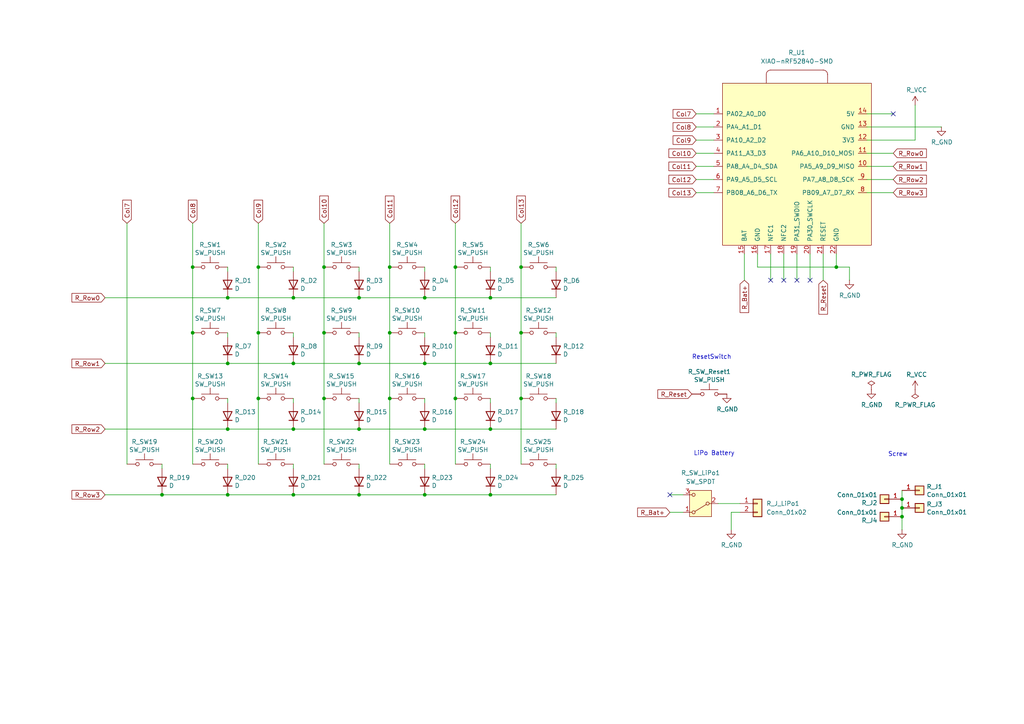
<source format=kicad_sch>
(kicad_sch (version 20231120) (generator "eeschema") (generator_version "8.0")
  (paper "A4")
  (title_block (title "poached_eggs_right") (date "2024-08-18") (rev "0") (company "omuken"))
  (lib_symbols
    (symbol "Connector_Generic:Conn_01x01" (pin_names (offset 1.016) hide)
      (property "Reference" "J" (at 0 2.54 0))
      (property "Value" "Conn_01x01" (at 0 -2.54 0))
      (symbol "Conn_01x01_1_1"
        (rectangle (start -1.27 0.127) (end 0 -0.127) (stroke (width 0.1524)))
        (rectangle (start -1.27 1.27) (end 1.27 -1.27) (stroke (width 0.254)) (fill (type background)))
        (pin passive line (at -5.08 0 0) (length 3.81) (name "Pin_1") (number "1"))
      )
    )
    (symbol "Connector_Generic:Conn_01x02" (pin_names (offset 1.016) hide)
      (property "Reference" "J" (at 0 2.54 0))
      (property "Value" "Conn_01x02" (at 0 -5.08 0))
      (symbol "Conn_01x02_1_1"
        (rectangle (start -1.27 -2.413) (end 0 -2.667) (stroke (width 0.1524)))
        (rectangle (start -1.27 0.127) (end 0 -0.127) (stroke (width 0.1524)))
        (rectangle (start -1.27 1.27) (end 1.27 -3.81) (stroke (width 0.254)) (fill (type background)))
        (pin passive line (at -5.08 0 0) (length 3.81) (name "Pin_1") (number "1"))
        (pin passive line (at -5.08 -2.54 0) (length 3.81) (name "Pin_2") (number "2"))
      )
    )
    (symbol "Device:D" (pin_numbers hide) (pin_names (offset 1.016) hide)
      (property "Reference" "D" (at 0 2.54 0))
      (property "Value" "D" (at 0 -2.54 0))
      (symbol "D_0_1"
        (polyline (pts (xy -1.27 1.27) (xy -1.27 -1.27)) (stroke (width 0.254)))
        (polyline (pts (xy 1.27 0) (xy -1.27 0)))
        (polyline (pts (xy 1.27 1.27) (xy 1.27 -1.27) (xy -1.27 0) (xy 1.27 1.27)) (stroke (width 0.254)))
      )
      (symbol "D_1_1"
        (pin passive line (at -3.81 0 0) (length 2.54) (name "K") (number "1"))
        (pin passive line (at 3.81 0 180) (length 2.54) (name "A") (number "2"))
      )
    )
    (symbol "MCU_SEEED_XIAO_Series:XIAO-nRF52840-SMD" (pin_names (offset 1.016))
      (property "Reference" "U" (at -22.098 21.336 0))
      (property "Value" "XIAO-nRF52840-SMD" (at -11.176 -35.052 0))
      (symbol "XIAO-nRF52840-SMD_1_1"
        (rectangle (start -21.59 20.32) (end 21.59 -26.67) (fill (type background)))
        (arc (start -7.62 24.13) (mid -8.518 23.758) (end -8.89 22.86))
        (polyline (pts (xy -8.89 22.86) (xy -8.89 20.32)))
        (polyline (pts (xy -7.62 24.13) (xy 7.62 24.13)))
        (polyline (pts (xy 8.89 22.86) (xy 8.89 20.32)))
        (arc (start 7.62 24.13) (mid 7.62 24.13) (end 7.62 24.13))
        (arc (start 8.89 22.86) (mid 8.518 23.758) (end 7.62 24.13))
        (arc (start 8.89 22.86) (mid 8.89 22.86) (end 8.89 22.86))
        (pin passive line (at -24.13 11.43 0) (length 2.54) (name "PA02_A0_D0") (number "1"))
        (pin passive line (at 20.32 -3.81 180) (length 2.54) (name "PA5_A9_D9_MISO") (number "10"))
        (pin passive line (at 20.32 0 180) (length 2.54) (name "PA6_A10_D10_MOSI") (number "11"))
        (pin passive line (at 20.32 3.81 180) (length 2.54) (name "3V3") (number "12"))
        (pin passive line (at 20.32 7.62 180) (length 2.54) (name "GND") (number "13"))
        (pin passive line (at 20.32 11.43 180) (length 2.54) (name "5V") (number "14"))
        (pin passive line (at -15.24 -29.21 90) (length 2.54) (name "BAT") (number "15"))
        (pin passive line (at -11.43 -29.21 90) (length 2.54) (name "GND") (number "16"))
        (pin passive line (at -7.62 -29.21 90) (length 2.54) (name "NFC1") (number "17"))
        (pin passive line (at -3.81 -29.21 90) (length 2.54) (name "NFC2") (number "18"))
        (pin passive line (at 0 -29.21 90) (length 2.54) (name "PA31_SWDIO") (number "19"))
        (pin passive line (at -24.13 7.62 0) (length 2.54) (name "PA4_A1_D1") (number "2"))
        (pin passive line (at 3.81 -29.21 90) (length 2.54) (name "PA30_SWCLK") (number "20"))
        (pin passive line (at 7.62 -29.21 90) (length 2.54) (name "RESET") (number "21"))
        (pin passive line (at 11.43 -29.21 90) (length 2.54) (name "GND") (number "22"))
        (pin passive line (at -24.13 3.81 0) (length 2.54) (name "PA10_A2_D2") (number "3"))
        (pin passive line (at -24.13 0 0) (length 2.54) (name "PA11_A3_D3") (number "4"))
        (pin passive line (at -24.13 -3.81 0) (length 2.54) (name "PA8_A4_D4_SDA") (number "5"))
        (pin passive line (at -24.13 -7.62 0) (length 2.54) (name "PA9_A5_D5_SCL") (number "6"))
        (pin passive line (at -24.13 -11.43 0) (length 2.54) (name "PB08_A6_D6_TX") (number "7"))
        (pin passive line (at 20.32 -11.43 180) (length 2.54) (name "PB09_A7_D7_RX") (number "8"))
        (pin passive line (at 20.32 -7.62 180) (length 2.54) (name "PA7_A8_D8_SCK") (number "9"))
      )
    )
    (symbol "Switch:SW_Push" (pin_numbers hide) (pin_names (offset 1.016) hide)
      (property "Reference" "SW" (at 1.27 2.54 0))
      (property "Value" "SW_Push" (at 0 -1.524 0))
      (symbol "SW_Push_0_1"
        (circle (center -2.032 0) (radius 0.508))
        (polyline (pts (xy 0 1.27) (xy 0 3.048)))
        (polyline (pts (xy 2.54 1.27) (xy -2.54 1.27)))
        (circle (center 2.032 0) (radius 0.508))
        (pin passive line (at -5.08 0 0) (length 2.54) (name "1") (number "1"))
        (pin passive line (at 5.08 0 180) (length 2.54) (name "2") (number "2"))
      )
    )
    (symbol "Switch:SW_SPDT" (pin_names (offset 0) hide)
      (property "Reference" "SW" (at 0 5.08 0))
      (property "Value" "SW_SPDT" (at 0 -5.08 0))
      (symbol "SW_SPDT_0_1"
        (circle (center -2.032 0) (radius 0.4572))
        (polyline (pts (xy -1.651 0.254) (xy 1.651 2.286)))
        (circle (center 2.032 -2.54) (radius 0.4572))
        (circle (center 2.032 2.54) (radius 0.4572))
      )
      (symbol "SW_SPDT_1_1"
        (rectangle (start -3.175 3.81) (end 3.175 -3.81) (fill (type background)))
        (pin passive line (at 5.08 2.54 180) (length 2.54) (name "A") (number "1"))
        (pin passive line (at -5.08 0 0) (length 2.54) (name "B") (number "2"))
        (pin passive line (at 5.08 -2.54 180) (length 2.54) (name "C") (number "3"))
      )
    )
    (symbol "power:GND" (power) (pin_numbers hide) (pin_names (offset 0) hide)
      (property "Value" "GND" (at 0 -3.81 0))
      (symbol "GND_0_1"
        (polyline (pts (xy 0 0) (xy 0 -1.27) (xy 1.27 -1.27) (xy 0 -2.54) (xy -1.27 -1.27) (xy 0 -1.27)))
      )
      (symbol "GND_1_1"
        (pin power_in line (at 0 0 270) (length 0) (name "~") (number "1"))
      )
    )
    (symbol "power:PWR_FLAG" (power) (pin_numbers hide) (pin_names (offset 0) hide)
      (property "Value" "PWR_FLAG" (at 0 3.81 0))
      (symbol "PWR_FLAG_0_0"
        (pin power_out line (at 0 0 90) (length 0) (name "~") (number "1"))
      )
      (symbol "PWR_FLAG_0_1"
        (polyline (pts (xy 0 0) (xy 0 1.27) (xy -1.016 1.905) (xy 0 2.54) (xy 1.016 1.905) (xy 0 1.27)))
      )
    )
    (symbol "power:VCC" (power) (pin_numbers hide) (pin_names (offset 0) hide)
      (property "Value" "VCC" (at 0 3.556 0))
      (symbol "VCC_0_1"
        (polyline (pts (xy -0.762 1.27) (xy 0 2.54)))
        (polyline (pts (xy 0 0) (xy 0 2.54)))
        (polyline (pts (xy 0 2.54) (xy 0.762 1.27)))
      )
      (symbol "VCC_1_1"
        (pin power_in line (at 0 0 90) (length 0) (name "~") (number "1"))
      )
    )
  )
  (junction (at 142.24 143.51))
  (junction (at 132.08 77.47))
  (junction (at 66.04 124.46))
  (junction (at 85.09 105.41))
  (junction (at 123.19 105.41))
  (junction (at 66.04 86.36))
  (junction (at 55.88 115.57))
  (junction (at 151.13 115.57))
  (junction (at 132.08 115.57))
  (junction (at 142.24 124.46))
  (junction (at 104.14 143.51))
  (junction (at 85.09 86.36))
  (junction (at 93.98 77.47))
  (junction (at 66.04 105.41))
  (junction (at 261.62 147.32))
  (junction (at 46.99 143.51))
  (junction (at 151.13 77.47))
  (junction (at 93.98 96.52))
  (junction (at 55.88 77.47))
  (junction (at 132.08 96.52))
  (junction (at 123.19 143.51))
  (junction (at 85.09 124.46))
  (junction (at 74.93 77.47))
  (junction (at 123.19 124.46))
  (junction (at 104.14 86.36))
  (junction (at 74.93 96.52))
  (junction (at 123.19 86.36))
  (junction (at 151.13 96.52))
  (junction (at 261.62 149.86))
  (junction (at 261.62 144.78))
  (junction (at 142.24 86.36))
  (junction (at 74.93 115.57))
  (junction (at 104.14 105.41))
  (junction (at 104.14 124.46))
  (junction (at 113.03 115.57))
  (junction (at 113.03 77.47))
  (junction (at 93.98 115.57))
  (junction (at 242.57 77.47))
  (junction (at 142.24 105.41))
  (junction (at 113.03 96.52))
  (junction (at 66.04 143.51))
  (junction (at 55.88 96.52))
  (junction (at 85.09 143.51))
  (no_connect (at 259.08 33.02))
  (no_connect (at 227.33 81.28))
  (no_connect (at 234.95 81.28))
  (no_connect (at 194.31 143.51))
  (no_connect (at 223.52 81.28))
  (no_connect (at 231.14 81.28))
  (wire (pts (xy 161.29 134.62) (xy 161.29 135.89)))
  (wire (pts (xy 66.04 134.62) (xy 66.04 135.89)))
  (wire (pts (xy 85.09 143.51) (xy 104.14 143.51)))
  (wire (pts (xy 132.08 77.47) (xy 132.08 96.52)))
  (wire (pts (xy 238.76 73.66) (xy 238.76 81.28)))
  (wire (pts (xy 234.95 73.66) (xy 234.95 81.28)))
  (wire (pts (xy 104.14 115.57) (xy 104.14 116.84)))
  (wire (pts (xy 113.03 77.47) (xy 113.03 96.52)))
  (wire (pts (xy 132.08 115.57) (xy 132.08 134.62)))
  (wire (pts (xy 223.52 73.66) (xy 223.52 81.28)))
  (wire (pts (xy 66.04 96.52) (xy 66.04 97.79)))
  (wire (pts (xy 66.04 115.57) (xy 66.04 116.84)))
  (wire (pts (xy 123.19 134.62) (xy 123.19 135.89)))
  (wire (pts (xy 251.46 33.02) (xy 259.08 33.02)))
  (wire (pts (xy 212.09 148.59) (xy 214.63 148.59)))
  (wire (pts (xy 66.04 143.51) (xy 85.09 143.51)))
  (wire (pts (xy 66.04 105.41) (xy 85.09 105.41)))
  (wire (pts (xy 251.46 36.83) (xy 273.05 36.83)))
  (wire (pts (xy 74.93 77.47) (xy 74.93 96.52)))
  (wire (pts (xy 55.88 115.57) (xy 55.88 134.62)))
  (wire (pts (xy 113.03 96.52) (xy 113.03 115.57)))
  (wire (pts (xy 208.28 146.05) (xy 214.63 146.05)))
  (wire (pts (xy 201.93 40.64) (xy 207.01 40.64)))
  (wire (pts (xy 66.04 77.47) (xy 66.04 78.74)))
  (wire (pts (xy 55.88 64.77) (xy 55.88 77.47)))
  (wire (pts (xy 46.99 143.51) (xy 66.04 143.51)))
  (wire (pts (xy 242.57 73.66) (xy 242.57 77.47)))
  (wire (pts (xy 30.48 86.36) (xy 66.04 86.36)))
  (wire (pts (xy 142.24 86.36) (xy 161.29 86.36)))
  (wire (pts (xy 74.93 96.52) (xy 74.93 115.57)))
  (wire (pts (xy 104.14 96.52) (xy 104.14 97.79)))
  (wire (pts (xy 123.19 115.57) (xy 123.19 116.84)))
  (wire (pts (xy 201.93 55.88) (xy 207.01 55.88)))
  (wire (pts (xy 93.98 77.47) (xy 93.98 96.52)))
  (wire (pts (xy 123.19 105.41) (xy 142.24 105.41)))
  (wire (pts (xy 246.38 77.47) (xy 246.38 81.28)))
  (wire (pts (xy 142.24 77.47) (xy 142.24 78.74)))
  (wire (pts (xy 132.08 64.77) (xy 132.08 77.47)))
  (wire (pts (xy 85.09 105.41) (xy 104.14 105.41)))
  (wire (pts (xy 85.09 77.47) (xy 85.09 78.74)))
  (wire (pts (xy 265.43 40.64) (xy 265.43 30.48)))
  (wire (pts (xy 201.93 48.26) (xy 207.01 48.26)))
  (wire (pts (xy 104.14 124.46) (xy 123.19 124.46)))
  (wire (pts (xy 123.19 86.36) (xy 142.24 86.36)))
  (wire (pts (xy 104.14 143.51) (xy 123.19 143.51)))
  (wire (pts (xy 36.83 64.77) (xy 36.83 134.62)))
  (wire (pts (xy 66.04 124.46) (xy 85.09 124.46)))
  (wire (pts (xy 104.14 77.47) (xy 104.14 78.74)))
  (wire (pts (xy 104.14 105.41) (xy 123.19 105.41)))
  (wire (pts (xy 246.38 77.47) (xy 242.57 77.47)))
  (wire (pts (xy 142.24 105.41) (xy 161.29 105.41)))
  (wire (pts (xy 85.09 124.46) (xy 104.14 124.46)))
  (wire (pts (xy 161.29 96.52) (xy 161.29 97.79)))
  (wire (pts (xy 93.98 96.52) (xy 93.98 115.57)))
  (wire (pts (xy 66.04 86.36) (xy 85.09 86.36)))
  (wire (pts (xy 85.09 96.52) (xy 85.09 97.79)))
  (wire (pts (xy 46.99 134.62) (xy 46.99 135.89)))
  (wire (pts (xy 194.31 143.51) (xy 198.12 143.51)))
  (wire (pts (xy 251.46 52.07) (xy 259.08 52.07)))
  (wire (pts (xy 55.88 96.52) (xy 55.88 115.57)))
  (wire (pts (xy 123.19 143.51) (xy 142.24 143.51)))
  (wire (pts (xy 151.13 115.57) (xy 151.13 134.62)))
  (wire (pts (xy 151.13 64.77) (xy 151.13 77.47)))
  (wire (pts (xy 161.29 115.57) (xy 161.29 116.84)))
  (wire (pts (xy 30.48 143.51) (xy 46.99 143.51)))
  (wire (pts (xy 85.09 134.62) (xy 85.09 135.89)))
  (wire (pts (xy 161.29 77.47) (xy 161.29 78.74)))
  (wire (pts (xy 219.71 77.47) (xy 242.57 77.47)))
  (wire (pts (xy 104.14 134.62) (xy 104.14 135.89)))
  (wire (pts (xy 30.48 105.41) (xy 66.04 105.41)))
  (wire (pts (xy 261.62 147.32) (xy 261.62 149.86)))
  (wire (pts (xy 201.93 44.45) (xy 207.01 44.45)))
  (wire (pts (xy 104.14 86.36) (xy 123.19 86.36)))
  (wire (pts (xy 55.88 77.47) (xy 55.88 96.52)))
  (wire (pts (xy 212.09 148.59) (xy 212.09 153.67)))
  (wire (pts (xy 201.93 52.07) (xy 207.01 52.07)))
  (wire (pts (xy 219.71 73.66) (xy 219.71 77.47)))
  (wire (pts (xy 93.98 115.57) (xy 93.98 134.62)))
  (wire (pts (xy 123.19 96.52) (xy 123.19 97.79)))
  (wire (pts (xy 261.62 142.24) (xy 261.62 144.78)))
  (wire (pts (xy 201.93 36.83) (xy 207.01 36.83)))
  (wire (pts (xy 251.46 44.45) (xy 259.08 44.45)))
  (wire (pts (xy 261.62 144.78) (xy 261.62 147.32)))
  (wire (pts (xy 113.03 64.77) (xy 113.03 77.47)))
  (wire (pts (xy 74.93 115.57) (xy 74.93 134.62)))
  (wire (pts (xy 142.24 115.57) (xy 142.24 116.84)))
  (wire (pts (xy 142.24 96.52) (xy 142.24 97.79)))
  (wire (pts (xy 261.62 149.86) (xy 261.62 153.67)))
  (wire (pts (xy 30.48 124.46) (xy 66.04 124.46)))
  (wire (pts (xy 123.19 77.47) (xy 123.19 78.74)))
  (wire (pts (xy 231.14 73.66) (xy 231.14 81.28)))
  (wire (pts (xy 142.24 143.51) (xy 161.29 143.51)))
  (wire (pts (xy 201.93 33.02) (xy 207.01 33.02)))
  (wire (pts (xy 194.31 148.59) (xy 198.12 148.59)))
  (wire (pts (xy 251.46 48.26) (xy 259.08 48.26)))
  (wire (pts (xy 74.93 64.77) (xy 74.93 77.47)))
  (wire (pts (xy 85.09 86.36) (xy 104.14 86.36)))
  (wire (pts (xy 151.13 77.47) (xy 151.13 96.52)))
  (wire (pts (xy 251.46 40.64) (xy 265.43 40.64)))
  (wire (pts (xy 123.19 124.46) (xy 142.24 124.46)))
  (wire (pts (xy 113.03 115.57) (xy 113.03 134.62)))
  (wire (pts (xy 93.98 64.77) (xy 93.98 77.47)))
  (wire (pts (xy 215.9 73.66) (xy 215.9 81.28)))
  (wire (pts (xy 142.24 124.46) (xy 161.29 124.46)))
  (wire (pts (xy 132.08 96.52) (xy 132.08 115.57)))
  (wire (pts (xy 85.09 115.57) (xy 85.09 116.84)))
  (wire (pts (xy 251.46 55.88) (xy 259.08 55.88)))
  (wire (pts (xy 227.33 73.66) (xy 227.33 81.28)))
  (wire (pts (xy 142.24 134.62) (xy 142.24 135.89)))
  (wire (pts (xy 151.13 96.52) (xy 151.13 115.57)))
  (text "Screw" (at 257.556 132.588 0) (effects (font (size 1.27 1.27)) (justify left bottom)))
  (text "LiPo Battery" (at 201.168 132.334 0) (effects (font (size 1.27 1.27)) (justify left bottom)))
  (text "ResetSwitch" (at 200.66 104.394 0) (effects (font (size 1.27 1.27)) (justify left bottom)))
  (global_label "Col9" (shape input) (at 74.93 64.77 90) (property "Intersheetrefs" "${INTERSHEET_REFS}" (effects (hide yes))))
  (global_label "R_Bat+" (shape input) (at 215.9 81.28 270) (property "Intersheetrefs" "${INTERSHEET_REFS}" (effects (hide yes))))
  (global_label "R_Reset" (shape input) (at 238.76 81.28 270) (property "Intersheetrefs" "${INTERSHEET_REFS}" (effects (hide yes))))
  (global_label "R_Bat+" (shape input) (at 194.31 148.59 180) (property "Intersheetrefs" "${INTERSHEET_REFS}" (effects (hide yes))))
  (global_label "R_Row3" (shape input) (at 259.08 55.88 0) (property "Intersheetrefs" "${INTERSHEET_REFS}" (effects (hide yes))))
  (global_label "Col12" (shape input) (at 132.08 64.77 90) (property "Intersheetrefs" "${INTERSHEET_REFS}" (effects (hide yes))))
  (global_label "Col11" (shape input) (at 201.93 48.26 180) (property "Intersheetrefs" "${INTERSHEET_REFS}" (effects (hide yes))))
  (global_label "Col8" (shape input) (at 201.93 36.83 180) (property "Intersheetrefs" "${INTERSHEET_REFS}" (effects (hide yes))))
  (global_label "Col12" (shape input) (at 201.93 52.07 180) (property "Intersheetrefs" "${INTERSHEET_REFS}" (effects (hide yes))))
  (global_label "Col7" (shape input) (at 36.83 64.77 90) (property "Intersheetrefs" "${INTERSHEET_REFS}" (effects (hide yes))))
  (global_label "R_Row0" (shape input) (at 259.08 44.45 0) (property "Intersheetrefs" "${INTERSHEET_REFS}" (effects (hide yes))))
  (global_label "Col10" (shape input) (at 201.93 44.45 180) (property "Intersheetrefs" "${INTERSHEET_REFS}" (effects (hide yes))))
  (global_label "R_Row2" (shape input) (at 259.08 52.07 0) (property "Intersheetrefs" "${INTERSHEET_REFS}" (effects (hide yes))))
  (global_label "R_Row1" (shape input) (at 30.48 105.41 180) (property "Intersheetrefs" "${INTERSHEET_REFS}" (effects (hide yes))))
  (global_label "R_Row3" (shape input) (at 30.48 143.51 180) (property "Intersheetrefs" "${INTERSHEET_REFS}" (effects (hide yes))))
  (global_label "R_Row1" (shape input) (at 259.08 48.26 0) (property "Intersheetrefs" "${INTERSHEET_REFS}" (effects (hide yes))))
  (global_label "Col9" (shape input) (at 201.93 40.64 180) (property "Intersheetrefs" "${INTERSHEET_REFS}" (effects (hide yes))))
  (global_label "Col8" (shape input) (at 55.88 64.77 90) (property "Intersheetrefs" "${INTERSHEET_REFS}" (effects (hide yes))))
  (global_label "R_Row2" (shape input) (at 30.48 124.46 180) (property "Intersheetrefs" "${INTERSHEET_REFS}" (effects (hide yes))))
  (global_label "Col13" (shape input) (at 201.93 55.88 180) (property "Intersheetrefs" "${INTERSHEET_REFS}" (effects (hide yes))))
  (global_label "Col7" (shape input) (at 201.93 33.02 180) (property "Intersheetrefs" "${INTERSHEET_REFS}" (effects (hide yes))))
  (global_label "R_Row0" (shape input) (at 30.48 86.36 180) (property "Intersheetrefs" "${INTERSHEET_REFS}" (effects (hide yes))))
  (global_label "Col13" (shape input) (at 151.13 64.77 90) (property "Intersheetrefs" "${INTERSHEET_REFS}" (effects (hide yes))))
  (global_label "Col11" (shape input) (at 113.03 64.77 90) (property "Intersheetrefs" "${INTERSHEET_REFS}" (effects (hide yes))))
  (global_label "R_Reset" (shape input) (at 200.66 114.3 180) (property "Intersheetrefs" "${INTERSHEET_REFS}" (effects (hide yes))))
  (global_label "Col10" (shape input) (at 93.98 64.77 90) (property "Intersheetrefs" "${INTERSHEET_REFS}" (effects (hide yes))))
  (symbol (lib_id "Device:D") (at 104.14 82.55 90) (unit 1)
    (property "Reference" "R_D3" (at 106.1466 81.3816 90) (effects (justify right)))
    (property "Value" "D" (at 106.1466 83.693 90) (effects (justify right)))
    (property "Footprint" "Diode_SMD:D_SOD-323" (effects (hide yes)))
    (property "Datasheet" "https://www.smc-diodes.com/propdf/1N4148W%20N0571%20REV.E.pdf" (effects (hide yes)))
    (property "Description" "https://www.digikey.jp/ja/products/detail/smc-diode-solutions/1N4148W/6022450" (effects (hide yes)))
  )
  (symbol (lib_id "Device:D") (at 104.14 101.6 90) (unit 1)
    (property "Reference" "R_D9" (at 106.1466 100.4316 90) (effects (justify right)))
    (property "Value" "D" (at 106.1466 102.743 90) (effects (justify right)))
    (property "Footprint" "Diode_SMD:D_SOD-323" (effects (hide yes)))
    (property "Datasheet" "https://www.smc-diodes.com/propdf/1N4148W%20N0571%20REV.E.pdf" (effects (hide yes)))
    (property "Description" "https://www.digikey.jp/ja/products/detail/smc-diode-solutions/1N4148W/6022450" (effects (hide yes)))
  )
  (symbol (lib_id "Switch:SW_Push") (at 99.06 115.57 0) (unit 1)
    (property "Reference" "R_SW15" (at 99.06 109.093 0))
    (property "Value" "SW_PUSH" (at 99.06 111.4044 0))
    (property "Footprint" "kbd_SW:Choc_v2_Hotswap_1u_17.5mm" (effects (hide yes)))
  )
  (symbol (lib_id "Switch:SW_Push") (at 80.01 77.47 0) (unit 1)
    (property "Reference" "R_SW2" (at 80.01 70.993 0))
    (property "Value" "SW_PUSH" (at 80.01 73.3044 0))
    (property "Footprint" "kbd_SW:Choc_v2_Hotswap_1u_17.5mm" (effects (hide yes)))
  )
  (symbol (lib_id "Switch:SW_Push") (at 99.06 77.47 0) (unit 1)
    (property "Reference" "R_SW3" (at 99.06 70.993 0))
    (property "Value" "SW_PUSH" (at 99.06 73.3044 0))
    (property "Footprint" "kbd_SW:Choc_v2_Hotswap_1u_17.5mm" (effects (hide yes)))
  )
  (symbol (lib_id "power:VCC") (at 265.43 113.03 0) (unit 1)
    (property "Reference" "#PWR05" (effects (hide yes)))
    (property "Value" "R_VCC" (at 265.8618 108.6358 0))
  )
  (symbol (lib_id "Switch:SW_Push") (at 118.11 77.47 0) (unit 1)
    (property "Reference" "R_SW4" (at 118.11 70.993 0))
    (property "Value" "SW_PUSH" (at 118.11 73.3044 0))
    (property "Footprint" "kbd_SW:Choc_v2_Hotswap_1u_17.5mm" (effects (hide yes)))
  )
  (symbol (lib_id "Connector_Generic:Conn_01x02") (at 219.71 146.05 0) (unit 1)
    (property "Reference" "R_J_LiPo1" (at 222.25 146.0499 0) (effects (justify left)))
    (property "Value" "Conn_01x02" (at 222.25 148.5899 0) (effects (justify left)))
    (property "Footprint" "Connectors_JST:JST_PH_S2B-PH-K_02x2.00mm_Angled_3d_wegg" (effects (hide yes)))
    (property "Datasheet" "https://cdn-shop.adafruit.com/product-files/1489/C1779-001+datasheet.pdf" (effects (hide yes)))
    (property "Description" "Generic connector, single row, 01x02, script generated (kicad-library-utils/schlib/autogen/connector/)" (effects (hide yes)))
  )
  (symbol (lib_id "Device:D") (at 161.29 101.6 90) (unit 1)
    (property "Reference" "R_D12" (at 163.2966 100.4316 90) (effects (justify right)))
    (property "Value" "D" (at 163.2966 102.743 90) (effects (justify right)))
    (property "Footprint" "Diode_SMD:D_SOD-323" (effects (hide yes)))
    (property "Datasheet" "https://www.smc-diodes.com/propdf/1N4148W%20N0571%20REV.E.pdf" (effects (hide yes)))
    (property "Description" "https://www.digikey.jp/ja/products/detail/smc-diode-solutions/1N4148W/6022450" (effects (hide yes)))
  )
  (symbol (lib_id "Device:D") (at 104.14 120.65 90) (unit 1)
    (property "Reference" "R_D15" (at 106.1466 119.4816 90) (effects (justify right)))
    (property "Value" "D" (at 106.1466 121.793 90) (effects (justify right)))
    (property "Footprint" "Diode_SMD:D_SOD-323" (effects (hide yes)))
    (property "Datasheet" "https://www.smc-diodes.com/propdf/1N4148W%20N0571%20REV.E.pdf" (effects (hide yes)))
    (property "Description" "https://www.digikey.jp/ja/products/detail/smc-diode-solutions/1N4148W/6022450" (effects (hide yes)))
  )
  (symbol (lib_id "Switch:SW_Push") (at 60.96 96.52 0) (unit 1)
    (property "Reference" "R_SW7" (at 60.96 90.043 0))
    (property "Value" "SW_PUSH" (at 60.96 92.3544 0))
    (property "Footprint" "kbd_SW:Choc_v2_Hotswap_1u_17.5mm" (effects (hide yes)))
  )
  (symbol (lib_id "Switch:SW_Push") (at 137.16 77.47 0) (unit 1)
    (property "Reference" "R_SW5" (at 137.16 70.993 0))
    (property "Value" "SW_PUSH" (at 137.16 73.3044 0))
    (property "Footprint" "kbd_SW:Choc_v2_Hotswap_1u_17.5mm" (effects (hide yes)))
  )
  (symbol (lib_id "power:PWR_FLAG") (at 265.43 113.03 180) (unit 1)
    (property "Reference" "#FLG02" (effects (hide yes)))
    (property "Value" "R_PWR_FLAG" (at 265.43 117.4242 0))
  )
  (symbol (lib_id "Device:D") (at 46.99 139.7 90) (unit 1)
    (property "Reference" "R_D19" (at 48.9966 138.5316 90) (effects (justify right)))
    (property "Value" "D" (at 48.9966 140.843 90) (effects (justify right)))
    (property "Footprint" "Diode_SMD:D_SOD-323" (effects (hide yes)))
    (property "Datasheet" "https://www.smc-diodes.com/propdf/1N4148W%20N0571%20REV.E.pdf" (effects (hide yes)))
    (property "Description" "https://www.digikey.jp/ja/products/detail/smc-diode-solutions/1N4148W/6022450" (effects (hide yes)))
  )
  (symbol (lib_id "Switch:SW_Push") (at 118.11 134.62 0) (unit 1)
    (property "Reference" "R_SW23" (at 118.11 128.143 0))
    (property "Value" "SW_PUSH" (at 118.11 130.4544 0))
    (property "Footprint" "kbd_SW:Choc_v2_Hotswap_1u_17.5mm" (effects (hide yes)))
  )
  (symbol (lib_id "power:GND") (at 212.09 153.67 0) (unit 1)
    (property "Reference" "#PWR06" (effects (hide yes)))
    (property "Value" "R_GND" (at 212.217 158.0642 0))
  )
  (symbol (lib_id "Switch:SW_Push") (at 80.01 134.62 0) (unit 1)
    (property "Reference" "R_SW21" (at 80.01 128.143 0))
    (property "Value" "SW_PUSH" (at 80.01 130.4544 0))
    (property "Footprint" "kbd_SW:Choc_v2_Hotswap_1u_17.5mm" (effects (hide yes)))
  )
  (symbol (lib_id "Device:D") (at 85.09 82.55 90) (unit 1)
    (property "Reference" "R_D2" (at 87.0966 81.3816 90) (effects (justify right)))
    (property "Value" "D" (at 87.0966 83.693 90) (effects (justify right)))
    (property "Footprint" "Diode_SMD:D_SOD-323" (effects (hide yes)))
    (property "Datasheet" "https://www.smc-diodes.com/propdf/1N4148W%20N0571%20REV.E.pdf" (effects (hide yes)))
    (property "Description" "https://www.digikey.jp/ja/products/detail/smc-diode-solutions/1N4148W/6022450" (effects (hide yes)))
  )
  (symbol (lib_id "power:GND") (at 210.82 114.3 0) (unit 1)
    (property "Reference" "#PWR07" (effects (hide yes)))
    (property "Value" "R_GND" (at 210.947 118.6942 0))
  )
  (symbol (lib_id "power:GND") (at 246.38 81.28 0) (unit 1)
    (property "Reference" "#PWR01" (effects (hide yes)))
    (property "Value" "R_GND" (at 246.507 85.6742 0))
  )
  (symbol (lib_id "Device:D") (at 123.19 120.65 90) (unit 1)
    (property "Reference" "R_D16" (at 125.1966 119.4816 90) (effects (justify right)))
    (property "Value" "D" (at 125.1966 121.793 90) (effects (justify right)))
    (property "Footprint" "Diode_SMD:D_SOD-323" (effects (hide yes)))
    (property "Datasheet" "https://www.smc-diodes.com/propdf/1N4148W%20N0571%20REV.E.pdf" (effects (hide yes)))
    (property "Description" "https://www.digikey.jp/ja/products/detail/smc-diode-solutions/1N4148W/6022450" (effects (hide yes)))
  )
  (symbol (lib_id "Switch:SW_Push") (at 137.16 134.62 0) (unit 1)
    (property "Reference" "R_SW24" (at 137.16 128.143 0))
    (property "Value" "SW_PUSH" (at 137.16 130.4544 0))
    (property "Footprint" "kbd_SW:Choc_v2_Hotswap_1u_17.5mm" (effects (hide yes)))
  )
  (symbol (lib_id "Switch:SW_Push") (at 60.96 134.62 0) (unit 1)
    (property "Reference" "R_SW20" (at 60.96 128.143 0))
    (property "Value" "SW_PUSH" (at 60.96 130.4544 0))
    (property "Footprint" "kbd_SW:Choc_v2_Hotswap_1u_17.5mm" (effects (hide yes)))
  )
  (symbol (lib_id "Switch:SW_Push") (at 156.21 115.57 0) (unit 1)
    (property "Reference" "R_SW18" (at 156.21 109.093 0))
    (property "Value" "SW_PUSH" (at 156.21 111.4044 0))
    (property "Footprint" "kbd_SW:Choc_v2_Hotswap_1u_17.5mm" (effects (hide yes)))
  )
  (symbol (lib_id "Switch:SW_Push") (at 60.96 115.57 0) (unit 1)
    (property "Reference" "R_SW13" (at 60.96 109.093 0))
    (property "Value" "SW_PUSH" (at 60.96 111.4044 0))
    (property "Footprint" "kbd_SW:Choc_v2_Hotswap_1u_17.5mm" (effects (hide yes)))
  )
  (symbol (lib_id "power:PWR_FLAG") (at 252.73 113.03 0) (unit 1)
    (property "Reference" "#FLG01" (effects (hide yes)))
    (property "Value" "R_PWR_FLAG" (at 252.73 108.6104 0))
  )
  (symbol (lib_id "Switch:SW_Push") (at 99.06 96.52 0) (unit 1)
    (property "Reference" "R_SW9" (at 99.06 90.043 0))
    (property "Value" "SW_PUSH" (at 99.06 92.3544 0))
    (property "Footprint" "kbd_SW:Choc_v2_Hotswap_1u_17.5mm" (effects (hide yes)))
  )
  (symbol (lib_id "Device:D") (at 85.09 120.65 90) (unit 1)
    (property "Reference" "R_D14" (at 87.0966 119.4816 90) (effects (justify right)))
    (property "Value" "D" (at 87.0966 121.793 90) (effects (justify right)))
    (property "Footprint" "Diode_SMD:D_SOD-323" (effects (hide yes)))
    (property "Datasheet" "https://www.smc-diodes.com/propdf/1N4148W%20N0571%20REV.E.pdf" (effects (hide yes)))
    (property "Description" "https://www.digikey.jp/ja/products/detail/smc-diode-solutions/1N4148W/6022450" (effects (hide yes)))
  )
  (symbol (lib_id "Device:D") (at 142.24 120.65 90) (unit 1)
    (property "Reference" "R_D17" (at 144.2466 119.4816 90) (effects (justify right)))
    (property "Value" "D" (at 144.2466 121.793 90) (effects (justify right)))
    (property "Footprint" "Diode_SMD:D_SOD-323" (effects (hide yes)))
    (property "Datasheet" "https://www.smc-diodes.com/propdf/1N4148W%20N0571%20REV.E.pdf" (effects (hide yes)))
    (property "Description" "https://www.digikey.jp/ja/products/detail/smc-diode-solutions/1N4148W/6022450" (effects (hide yes)))
  )
  (symbol (lib_id "Device:D") (at 142.24 139.7 90) (unit 1)
    (property "Reference" "R_D24" (at 144.2466 138.5316 90) (effects (justify right)))
    (property "Value" "D" (at 144.2466 140.843 90) (effects (justify right)))
    (property "Footprint" "Diode_SMD:D_SOD-323" (effects (hide yes)))
    (property "Datasheet" "https://www.smc-diodes.com/propdf/1N4148W%20N0571%20REV.E.pdf" (effects (hide yes)))
    (property "Description" "https://www.digikey.jp/ja/products/detail/smc-diode-solutions/1N4148W/6022450" (effects (hide yes)))
  )
  (symbol (lib_id "Switch:SW_Push") (at 80.01 115.57 0) (unit 1)
    (property "Reference" "R_SW14" (at 80.01 109.093 0))
    (property "Value" "SW_PUSH" (at 80.01 111.4044 0))
    (property "Footprint" "kbd_SW:Choc_v2_Hotswap_1u_17.5mm" (effects (hide yes)))
  )
  (symbol (lib_id "Connector_Generic:Conn_01x01") (at 256.54 144.78 180) (unit 1) (in_bom no)
    (property "Reference" "R_J2" (at 254.508 145.8468 0) (effects (justify left)))
    (property "Value" "Conn_01x01" (at 254.508 143.5354 0) (effects (justify left)))
    (property "Footprint" "MountingHole:MountingHole_2.2mm_M2_ISO7380_Pad" (effects (hide yes)))
  )
  (symbol (lib_id "Device:D") (at 104.14 139.7 90) (unit 1)
    (property "Reference" "R_D22" (at 106.1466 138.5316 90) (effects (justify right)))
    (property "Value" "D" (at 106.1466 140.843 90) (effects (justify right)))
    (property "Footprint" "Diode_SMD:D_SOD-323" (effects (hide yes)))
    (property "Datasheet" "https://www.smc-diodes.com/propdf/1N4148W%20N0571%20REV.E.pdf" (effects (hide yes)))
    (property "Description" "https://www.digikey.jp/ja/products/detail/smc-diode-solutions/1N4148W/6022450" (effects (hide yes)))
  )
  (symbol (lib_id "Switch:SW_Push") (at 99.06 134.62 0) (unit 1)
    (property "Reference" "R_SW22" (at 99.06 128.143 0))
    (property "Value" "SW_PUSH" (at 99.06 130.4544 0))
    (property "Footprint" "kbd_SW:Choc_v2_Hotswap_1u_17.5mm" (effects (hide yes)))
  )
  (symbol (lib_id "Device:D") (at 161.29 120.65 90) (unit 1)
    (property "Reference" "R_D18" (at 163.2966 119.4816 90) (effects (justify right)))
    (property "Value" "D" (at 163.2966 121.793 90) (effects (justify right)))
    (property "Footprint" "Diode_SMD:D_SOD-323" (effects (hide yes)))
    (property "Datasheet" "https://www.smc-diodes.com/propdf/1N4148W%20N0571%20REV.E.pdf" (effects (hide yes)))
    (property "Description" "https://www.digikey.jp/ja/products/detail/smc-diode-solutions/1N4148W/6022450" (effects (hide yes)))
  )
  (symbol (lib_id "Switch:SW_Push") (at 156.21 134.62 0) (unit 1)
    (property "Reference" "R_SW25" (at 156.21 128.143 0))
    (property "Value" "SW_PUSH" (at 156.21 130.4544 0))
    (property "Footprint" "kbd_SW:Choc_v2_Hotswap_1u_17.5mm" (effects (hide yes)))
  )
  (symbol (lib_id "Switch:SW_Push") (at 60.96 77.47 0) (unit 1)
    (property "Reference" "R_SW1" (at 60.96 70.993 0))
    (property "Value" "SW_PUSH" (at 60.96 73.3044 0))
    (property "Footprint" "kbd_SW:Choc_v2_Hotswap_1u_17.5mm" (effects (hide yes)))
  )
  (symbol (lib_id "Switch:SW_Push") (at 156.21 77.47 0) (unit 1)
    (property "Reference" "R_SW6" (at 156.21 70.993 0))
    (property "Value" "SW_PUSH" (at 156.21 73.3044 0))
    (property "Footprint" "kbd_SW:Choc_v2_Hotswap_1u_17.5mm" (effects (hide yes)))
  )
  (symbol (lib_id "Switch:SW_Push") (at 137.16 96.52 0) (unit 1)
    (property "Reference" "R_SW11" (at 137.16 90.043 0))
    (property "Value" "SW_PUSH" (at 137.16 92.3544 0))
    (property "Footprint" "kbd_SW:Choc_v2_Hotswap_1u_17.5mm" (effects (hide yes)))
  )
  (symbol (lib_id "Device:D") (at 123.19 101.6 90) (unit 1)
    (property "Reference" "R_D10" (at 125.1966 100.4316 90) (effects (justify right)))
    (property "Value" "D" (at 125.1966 102.743 90) (effects (justify right)))
    (property "Footprint" "Diode_SMD:D_SOD-323" (effects (hide yes)))
    (property "Datasheet" "https://www.smc-diodes.com/propdf/1N4148W%20N0571%20REV.E.pdf" (effects (hide yes)))
    (property "Description" "https://www.digikey.jp/ja/products/detail/smc-diode-solutions/1N4148W/6022450" (effects (hide yes)))
  )
  (symbol (lib_id "Switch:SW_Push") (at 156.21 96.52 0) (unit 1)
    (property "Reference" "R_SW12" (at 156.21 90.043 0))
    (property "Value" "SW_PUSH" (at 156.21 92.3544 0))
    (property "Footprint" "kbd_SW:Choc_v2_Hotswap_1u_17.5mm" (effects (hide yes)))
  )
  (symbol (lib_id "Switch:SW_Push") (at 41.91 134.62 0) (unit 1)
    (property "Reference" "R_SW19" (at 41.91 128.143 0))
    (property "Value" "SW_PUSH" (at 41.91 130.4544 0))
    (property "Footprint" "kbd_SW:Choc_v2_Hotswap_1u_17.5mm" (effects (hide yes)))
  )
  (symbol (lib_id "power:VCC") (at 265.43 30.48 0) (unit 1)
    (property "Reference" "#PWR02" (effects (hide yes)))
    (property "Value" "R_VCC" (at 265.8618 26.0858 0))
  )
  (symbol (lib_id "Device:D") (at 66.04 101.6 90) (unit 1)
    (property "Reference" "R_D7" (at 68.0466 100.4316 90) (effects (justify right)))
    (property "Value" "D" (at 68.0466 102.743 90) (effects (justify right)))
    (property "Footprint" "Diode_SMD:D_SOD-323" (effects (hide yes)))
    (property "Datasheet" "https://www.smc-diodes.com/propdf/1N4148W%20N0571%20REV.E.pdf" (effects (hide yes)))
    (property "Description" "https://www.digikey.jp/ja/products/detail/smc-diode-solutions/1N4148W/6022450" (effects (hide yes)))
  )
  (symbol (lib_id "Connector_Generic:Conn_01x01") (at 266.7 147.32 0) (unit 1) (in_bom no)
    (property "Reference" "R_J3" (at 268.732 146.2532 0) (effects (justify left)))
    (property "Value" "Conn_01x01" (at 268.732 148.5646 0) (effects (justify left)))
    (property "Footprint" "MountingHole:MountingHole_2.2mm_M2_ISO7380_Pad" (effects (hide yes)))
  )
  (symbol (lib_id "Device:D") (at 66.04 139.7 90) (unit 1)
    (property "Reference" "R_D20" (at 68.0466 138.5316 90) (effects (justify right)))
    (property "Value" "D" (at 68.0466 140.843 90) (effects (justify right)))
    (property "Footprint" "Diode_SMD:D_SOD-323" (effects (hide yes)))
    (property "Datasheet" "https://www.smc-diodes.com/propdf/1N4148W%20N0571%20REV.E.pdf" (effects (hide yes)))
    (property "Description" "https://www.digikey.jp/ja/products/detail/smc-diode-solutions/1N4148W/6022450" (effects (hide yes)))
  )
  (symbol (lib_id "Switch:SW_Push") (at 205.74 114.3 0) (unit 1)
    (property "Reference" "R_SW_Reset1" (at 205.74 107.823 0))
    (property "Value" "SW_PUSH" (at 205.74 110.1344 0))
    (property "Footprint" "Button_Switch_THT:SW_PUSH_1P1T_6x3.5mm_H4.3_APEM_MJTP1243_3d" (effects (hide yes)))
  )
  (symbol (lib_id "Switch:SW_Push") (at 118.11 115.57 0) (unit 1)
    (property "Reference" "R_SW16" (at 118.11 109.093 0))
    (property "Value" "SW_PUSH" (at 118.11 111.4044 0))
    (property "Footprint" "kbd_SW:Choc_v2_Hotswap_1u_17.5mm" (effects (hide yes)))
  )
  (symbol (lib_id "Device:D") (at 85.09 139.7 90) (unit 1)
    (property "Reference" "R_D21" (at 87.0966 138.5316 90) (effects (justify right)))
    (property "Value" "D" (at 87.0966 140.843 90) (effects (justify right)))
    (property "Footprint" "Diode_SMD:D_SOD-323" (effects (hide yes)))
    (property "Datasheet" "https://www.smc-diodes.com/propdf/1N4148W%20N0571%20REV.E.pdf" (effects (hide yes)))
    (property "Description" "https://www.digikey.jp/ja/products/detail/smc-diode-solutions/1N4148W/6022450" (effects (hide yes)))
  )
  (symbol (lib_id "Device:D") (at 66.04 120.65 90) (unit 1)
    (property "Reference" "R_D13" (at 68.0466 119.4816 90) (effects (justify right)))
    (property "Value" "D" (at 68.0466 121.793 90) (effects (justify right)))
    (property "Footprint" "Diode_SMD:D_SOD-323" (effects (hide yes)))
    (property "Datasheet" "https://www.smc-diodes.com/propdf/1N4148W%20N0571%20REV.E.pdf" (effects (hide yes)))
    (property "Description" "https://www.digikey.jp/ja/products/detail/smc-diode-solutions/1N4148W/6022450" (effects (hide yes)))
  )
  (symbol (lib_id "Device:D") (at 85.09 101.6 90) (unit 1)
    (property "Reference" "R_D8" (at 87.0966 100.4316 90) (effects (justify right)))
    (property "Value" "D" (at 87.0966 102.743 90) (effects (justify right)))
    (property "Footprint" "Diode_SMD:D_SOD-323" (effects (hide yes)))
    (property "Datasheet" "https://www.smc-diodes.com/propdf/1N4148W%20N0571%20REV.E.pdf" (effects (hide yes)))
    (property "Description" "https://www.digikey.jp/ja/products/detail/smc-diode-solutions/1N4148W/6022450" (effects (hide yes)))
  )
  (symbol (lib_id "Device:D") (at 123.19 82.55 90) (unit 1)
    (property "Reference" "R_D4" (at 125.1966 81.3816 90) (effects (justify right)))
    (property "Value" "D" (at 125.1966 83.693 90) (effects (justify right)))
    (property "Footprint" "Diode_SMD:D_SOD-323" (effects (hide yes)))
    (property "Datasheet" "https://www.smc-diodes.com/propdf/1N4148W%20N0571%20REV.E.pdf" (effects (hide yes)))
    (property "Description" "https://www.digikey.jp/ja/products/detail/smc-diode-solutions/1N4148W/6022450" (effects (hide yes)))
  )
  (symbol (lib_id "Device:D") (at 142.24 82.55 90) (unit 1)
    (property "Reference" "R_D5" (at 144.2466 81.3816 90) (effects (justify right)))
    (property "Value" "D" (at 144.2466 83.693 90) (effects (justify right)))
    (property "Footprint" "Diode_SMD:D_SOD-323" (effects (hide yes)))
    (property "Datasheet" "https://www.smc-diodes.com/propdf/1N4148W%20N0571%20REV.E.pdf" (effects (hide yes)))
    (property "Description" "https://www.digikey.jp/ja/products/detail/smc-diode-solutions/1N4148W/6022450" (effects (hide yes)))
  )
  (symbol (lib_id "Device:D") (at 161.29 139.7 90) (unit 1)
    (property "Reference" "R_D25" (at 163.2966 138.5316 90) (effects (justify right)))
    (property "Value" "D" (at 163.2966 140.843 90) (effects (justify right)))
    (property "Footprint" "Diode_SMD:D_SOD-323" (effects (hide yes)))
    (property "Datasheet" "https://www.smc-diodes.com/propdf/1N4148W%20N0571%20REV.E.pdf" (effects (hide yes)))
    (property "Description" "https://www.digikey.jp/ja/products/detail/smc-diode-solutions/1N4148W/6022450" (effects (hide yes)))
  )
  (symbol (lib_id "Device:D") (at 161.29 82.55 90) (unit 1)
    (property "Reference" "R_D6" (at 163.2966 81.3816 90) (effects (justify right)))
    (property "Value" "D" (at 163.2966 83.693 90) (effects (justify right)))
    (property "Footprint" "Diode_SMD:D_SOD-323" (effects (hide yes)))
    (property "Datasheet" "https://www.smc-diodes.com/propdf/1N4148W%20N0571%20REV.E.pdf" (effects (hide yes)))
    (property "Description" "https://www.digikey.jp/ja/products/detail/smc-diode-solutions/1N4148W/6022450" (effects (hide yes)))
  )
  (symbol (lib_id "Switch:SW_Push") (at 80.01 96.52 0) (unit 1)
    (property "Reference" "R_SW8" (at 80.01 90.043 0))
    (property "Value" "SW_PUSH" (at 80.01 92.3544 0))
    (property "Footprint" "kbd_SW:Choc_v2_Hotswap_1u_17.5mm" (effects (hide yes)))
  )
  (symbol (lib_id "Connector_Generic:Conn_01x01") (at 266.7 142.24 0) (unit 1) (in_bom no)
    (property "Reference" "R_J1" (at 268.732 141.1732 0) (effects (justify left)))
    (property "Value" "Conn_01x01" (at 268.732 143.4846 0) (effects (justify left)))
    (property "Footprint" "MountingHole:MountingHole_2.2mm_M2_ISO7380_Pad" (effects (hide yes)))
  )
  (symbol (lib_id "power:GND") (at 261.62 153.67 0) (unit 1)
    (property "Reference" "#PWR08" (effects (hide yes)))
    (property "Value" "R_GND" (at 261.747 158.0642 0))
  )
  (symbol (lib_id "Device:D") (at 123.19 139.7 90) (unit 1)
    (property "Reference" "R_D23" (at 125.1966 138.5316 90) (effects (justify right)))
    (property "Value" "D" (at 125.1966 140.843 90) (effects (justify right)))
    (property "Footprint" "Diode_SMD:D_SOD-323" (effects (hide yes)))
    (property "Datasheet" "https://www.smc-diodes.com/propdf/1N4148W%20N0571%20REV.E.pdf" (effects (hide yes)))
    (property "Description" "https://www.digikey.jp/ja/products/detail/smc-diode-solutions/1N4148W/6022450" (effects (hide yes)))
  )
  (symbol (lib_id "Switch:SW_Push") (at 118.11 96.52 0) (unit 1)
    (property "Reference" "R_SW10" (at 118.11 90.043 0))
    (property "Value" "SW_PUSH" (at 118.11 92.3544 0))
    (property "Footprint" "kbd_SW:Choc_v2_Hotswap_1u_17.5mm" (effects (hide yes)))
  )
  (symbol (lib_id "MCU_SEEED_XIAO_Series:XIAO-nRF52840-SMD") (at 231.14 44.45 0) (unit 1)
    (property "Reference" "R_U1" (at 231.14 15.24 0))
    (property "Value" "XIAO-nRF52840-SMD" (at 231.14 17.78 0))
    (property "Footprint" "SeeedStudio_XIAO_nRF52840_v1.1_KiCAD:XIAO-nRF52840-SMD_via" (effects (hide yes)))
    (property "Datasheet" "https://files.seeedstudio.com/wiki/XIAO-BLE/nRF52840_PS_v1.5.pdf" (effects (hide yes)))
  )
  (symbol (lib_id "Switch:SW_SPDT") (at 203.2 146.05 180) (unit 1)
    (property "Reference" "R_SW_LiPo1" (at 203.2 137.16 0))
    (property "Value" "SW_SPDT" (at 203.2 139.7 0))
    (property "Footprint" "Button_Switch_THT:SW_Slide_SPDT_Angled_CK_OS102011MA1Q" (effects (hide yes)))
    (property "Datasheet" "https://www.mouser.jp/datasheet/2/15/SSAJ-1370983.pdf" (effects (hide yes)))
    (property "Description" "Switch, single pole double throw" (effects (hide yes)))
  )
  (symbol (lib_id "power:GND") (at 252.73 113.03 0) (unit 1)
    (property "Reference" "#PWR04" (effects (hide yes)))
    (property "Value" "R_GND" (at 252.857 117.4242 0))
  )
  (symbol (lib_id "Switch:SW_Push") (at 137.16 115.57 0) (unit 1)
    (property "Reference" "R_SW17" (at 137.16 109.093 0))
    (property "Value" "SW_PUSH" (at 137.16 111.4044 0))
    (property "Footprint" "kbd_SW:Choc_v2_Hotswap_1u_17.5mm" (effects (hide yes)))
  )
  (symbol (lib_id "Device:D") (at 142.24 101.6 90) (unit 1)
    (property "Reference" "R_D11" (at 144.2466 100.4316 90) (effects (justify right)))
    (property "Value" "D" (at 144.2466 102.743 90) (effects (justify right)))
    (property "Footprint" "Diode_SMD:D_SOD-323" (effects (hide yes)))
    (property "Datasheet" "https://www.smc-diodes.com/propdf/1N4148W%20N0571%20REV.E.pdf" (effects (hide yes)))
    (property "Description" "https://www.digikey.jp/ja/products/detail/smc-diode-solutions/1N4148W/6022450" (effects (hide yes)))
  )
  (symbol (lib_id "Device:D") (at 66.04 82.55 90) (unit 1)
    (property "Reference" "R_D1" (at 68.0466 81.3816 90) (effects (justify right)))
    (property "Value" "D" (at 68.0466 83.693 90) (effects (justify right)))
    (property "Footprint" "Diode_SMD:D_SOD-323" (effects (hide yes)))
    (property "Datasheet" "https://www.smc-diodes.com/propdf/1N4148W%20N0571%20REV.E.pdf" (effects (hide yes)))
    (property "Description" "https://www.digikey.jp/ja/products/detail/smc-diode-solutions/1N4148W/6022450" (effects (hide yes)))
  )
  (symbol (lib_id "Connector_Generic:Conn_01x01") (at 256.54 149.86 180) (unit 1) (in_bom no)
    (property "Reference" "R_J4" (at 254.508 150.9268 0) (effects (justify left)))
    (property "Value" "Conn_01x01" (at 254.508 148.6154 0) (effects (justify left)))
    (property "Footprint" "MountingHole:MountingHole_2.2mm_M2_ISO7380_Pad" (effects (hide yes)))
  )
  (symbol (lib_id "power:GND") (at 273.05 36.83 0) (unit 1)
    (property "Reference" "#PWR03" (effects (hide yes)))
    (property "Value" "R_GND" (at 273.177 41.2242 0))
  )
)
</source>
